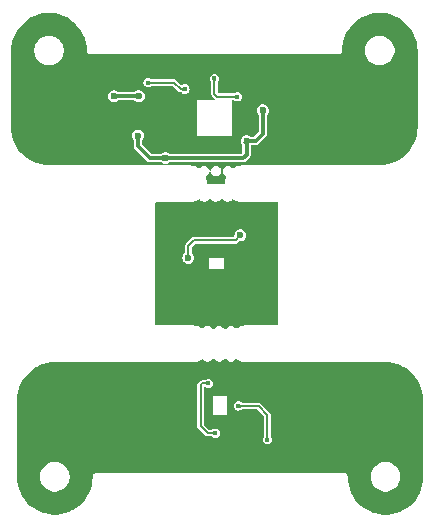
<source format=gbr>
%TF.GenerationSoftware,KiCad,Pcbnew,8.0.8*%
%TF.CreationDate,2025-04-24T20:49:58+02:00*%
%TF.ProjectId,IMU_PCBs,494d555f-5043-4427-932e-6b696361645f,rev?*%
%TF.SameCoordinates,Original*%
%TF.FileFunction,Copper,L2,Bot*%
%TF.FilePolarity,Positive*%
%FSLAX46Y46*%
G04 Gerber Fmt 4.6, Leading zero omitted, Abs format (unit mm)*
G04 Created by KiCad (PCBNEW 8.0.8) date 2025-04-24 20:49:58*
%MOMM*%
%LPD*%
G01*
G04 APERTURE LIST*
%TA.AperFunction,ViaPad*%
%ADD10C,0.400000*%
%TD*%
%TA.AperFunction,ViaPad*%
%ADD11C,0.550000*%
%TD*%
%TA.AperFunction,ViaPad*%
%ADD12C,0.600000*%
%TD*%
%TA.AperFunction,Conductor*%
%ADD13C,0.200000*%
%TD*%
%TA.AperFunction,Conductor*%
%ADD14C,0.150000*%
%TD*%
%TA.AperFunction,Conductor*%
%ADD15C,0.300000*%
%TD*%
G04 APERTURE END LIST*
D10*
%TO.N,GND*%
X128980000Y-76170000D03*
D11*
X124780000Y-72370000D03*
X125280000Y-77570000D03*
X131680000Y-77570000D03*
X131880000Y-72470000D03*
D12*
%TO.N,INT1*%
X130880000Y-72070000D03*
X126480000Y-73970000D03*
D10*
%TO.N,GND*%
X129920000Y-88210000D03*
D12*
X125420000Y-86510000D03*
X127170000Y-89310000D03*
D10*
%TO.N,I2C3_SCL*%
X133170000Y-89360000D03*
X130720000Y-86510000D03*
%TO.N,I2C3_IMU_INT*%
X128770000Y-88810000D03*
X128170000Y-84610000D03*
D12*
%TO.N,GND*%
X127430000Y-64830000D03*
X130680000Y-57930000D03*
X136330000Y-64780000D03*
X131580000Y-61380000D03*
X139730000Y-60930000D03*
X133530000Y-65342500D03*
X137930000Y-59030000D03*
X122405000Y-62080000D03*
%TO.N,+3.3V*%
X122280000Y-60280000D03*
X124530000Y-65530000D03*
X131405000Y-64080000D03*
X132780000Y-61480000D03*
X120180000Y-60280000D03*
X122230000Y-63630000D03*
D10*
%TO.N,I2C3_IMU_INT*%
X128680000Y-58780000D03*
X130630000Y-60330000D03*
%TO.N,I2C3_SDA*%
X126180000Y-59680000D03*
X123080000Y-59130000D03*
%TD*%
D13*
%TO.N,INT1*%
X126480000Y-72970000D02*
X126880000Y-72570000D01*
X130480000Y-72470000D02*
X130880000Y-72070000D01*
X126480000Y-73970000D02*
X126480000Y-72970000D01*
X126880000Y-72570000D02*
X126980000Y-72470000D01*
X126980000Y-72470000D02*
X130480000Y-72470000D01*
D14*
%TO.N,I2C3_SCL*%
X133170000Y-87260000D02*
X132420000Y-86510000D01*
X132420000Y-86510000D02*
X130720000Y-86510000D01*
X133170000Y-89360000D02*
X133170000Y-87260000D01*
%TO.N,I2C3_IMU_INT*%
X128770000Y-88810000D02*
X128120000Y-88810000D01*
X127670000Y-84610000D02*
X128170000Y-84610000D01*
X128170000Y-84610000D02*
X128220000Y-84610000D01*
X127520000Y-84760000D02*
X127670000Y-84610000D01*
X127520000Y-88210000D02*
X127520000Y-84760000D01*
X128120000Y-88810000D02*
X127520000Y-88210000D01*
D15*
%TO.N,+3.3V*%
X132180000Y-64080000D02*
X131405000Y-64080000D01*
X122230000Y-64530000D02*
X122230000Y-63630000D01*
X131405000Y-65255000D02*
X131130000Y-65530000D01*
X132780000Y-63480000D02*
X132180000Y-64080000D01*
X132780000Y-61480000D02*
X132780000Y-63480000D01*
X122280000Y-60280000D02*
X120180000Y-60280000D01*
X131405000Y-64080000D02*
X131405000Y-65255000D01*
X124530000Y-65530000D02*
X123230000Y-65530000D01*
X131130000Y-65530000D02*
X124530000Y-65530000D01*
X123230000Y-65530000D02*
X122230000Y-64530000D01*
D14*
%TO.N,I2C3_IMU_INT*%
X128930000Y-60330000D02*
X128680000Y-60080000D01*
X130630000Y-60330000D02*
X128930000Y-60330000D01*
X128680000Y-60080000D02*
X128680000Y-58780000D01*
%TO.N,I2C3_SDA*%
X123080000Y-59130000D02*
X125280000Y-59130000D01*
X125280000Y-59130000D02*
X125830000Y-59680000D01*
X125830000Y-59680000D02*
X126180000Y-59680000D01*
%TD*%
%TA.AperFunction,Conductor*%
%TO.N,GND*%
G36*
X128427410Y-68984352D02*
G01*
X128435196Y-68994499D01*
X128459511Y-69036613D01*
X128543387Y-69120489D01*
X128646114Y-69179799D01*
X128674758Y-69187474D01*
X128760688Y-69210500D01*
X128760691Y-69210500D01*
X128879311Y-69210500D01*
X128936597Y-69195149D01*
X128993886Y-69179799D01*
X129096613Y-69120489D01*
X129180489Y-69036613D01*
X129204803Y-68994499D01*
X129234556Y-68971670D01*
X129247238Y-68970000D01*
X129392762Y-68970000D01*
X129427410Y-68984352D01*
X129435196Y-68994499D01*
X129459511Y-69036613D01*
X129543387Y-69120489D01*
X129646114Y-69179799D01*
X129674758Y-69187474D01*
X129760688Y-69210500D01*
X129760691Y-69210500D01*
X129879311Y-69210500D01*
X129936597Y-69195149D01*
X129993886Y-69179799D01*
X130096613Y-69120489D01*
X130180489Y-69036613D01*
X130194200Y-69012864D01*
X130223951Y-68990035D01*
X130261133Y-68994929D01*
X130264226Y-68996872D01*
X130362548Y-69063907D01*
X130362549Y-69063907D01*
X130362550Y-69063908D01*
X130574616Y-69166034D01*
X130574619Y-69166035D01*
X130574623Y-69166037D01*
X130799551Y-69235418D01*
X131032307Y-69270500D01*
X131110438Y-69270500D01*
X134030500Y-69270500D01*
X134065148Y-69284852D01*
X134079500Y-69319500D01*
X134079500Y-79620500D01*
X134065148Y-79655148D01*
X134030500Y-79669500D01*
X131477595Y-79669500D01*
X131430000Y-79669500D01*
X131312307Y-79669500D01*
X131079551Y-79704582D01*
X131079548Y-79704583D01*
X130854629Y-79773960D01*
X130854616Y-79773965D01*
X130642548Y-79876092D01*
X130642545Y-79876093D01*
X130548378Y-79940295D01*
X130511666Y-79947955D01*
X130480290Y-79927411D01*
X130478354Y-79924330D01*
X130460489Y-79893387D01*
X130376613Y-79809511D01*
X130273887Y-79750201D01*
X130273884Y-79750200D01*
X130159312Y-79719500D01*
X130159309Y-79719500D01*
X130040691Y-79719500D01*
X130040688Y-79719500D01*
X129926115Y-79750200D01*
X129926112Y-79750201D01*
X129823386Y-79809511D01*
X129823386Y-79809512D01*
X129739513Y-79893384D01*
X129739511Y-79893386D01*
X129739511Y-79893387D01*
X129711305Y-79942242D01*
X129709423Y-79945501D01*
X129679670Y-79968331D01*
X129666988Y-79970000D01*
X129523012Y-79970000D01*
X129488364Y-79955648D01*
X129480577Y-79945501D01*
X129450489Y-79893387D01*
X129366613Y-79809511D01*
X129263887Y-79750201D01*
X129263884Y-79750200D01*
X129149312Y-79719500D01*
X129149309Y-79719500D01*
X129030691Y-79719500D01*
X129030688Y-79719500D01*
X128916115Y-79750200D01*
X128916112Y-79750201D01*
X128813386Y-79809511D01*
X128813386Y-79809512D01*
X128729513Y-79893384D01*
X128729511Y-79893386D01*
X128729511Y-79893387D01*
X128701305Y-79942242D01*
X128699423Y-79945501D01*
X128669670Y-79968331D01*
X128656988Y-79970000D01*
X128533012Y-79970000D01*
X128498364Y-79955648D01*
X128490577Y-79945501D01*
X128460489Y-79893387D01*
X128376613Y-79809511D01*
X128273887Y-79750201D01*
X128273884Y-79750200D01*
X128159312Y-79719500D01*
X128159309Y-79719500D01*
X128040691Y-79719500D01*
X128040688Y-79719500D01*
X127926115Y-79750200D01*
X127926112Y-79750201D01*
X127823386Y-79809511D01*
X127823386Y-79809512D01*
X127739514Y-79893383D01*
X127739505Y-79893395D01*
X127721656Y-79924309D01*
X127691902Y-79947139D01*
X127654721Y-79942242D01*
X127651620Y-79940294D01*
X127557454Y-79876093D01*
X127557451Y-79876092D01*
X127345383Y-79773965D01*
X127345370Y-79773960D01*
X127168812Y-79719500D01*
X127120449Y-79704582D01*
X126887693Y-79669500D01*
X126887691Y-79669500D01*
X123729500Y-79669500D01*
X123694852Y-79655148D01*
X123680500Y-79620500D01*
X123680500Y-74920000D01*
X128230000Y-74920000D01*
X129530000Y-74920000D01*
X129530000Y-74020000D01*
X128230000Y-74020000D01*
X128230000Y-74920000D01*
X123680500Y-74920000D01*
X123680500Y-73969997D01*
X125974353Y-73969997D01*
X125974353Y-73970002D01*
X125994833Y-74112454D01*
X126026935Y-74182746D01*
X126054623Y-74243373D01*
X126054624Y-74243374D01*
X126054625Y-74243376D01*
X126148871Y-74352142D01*
X126148872Y-74352143D01*
X126269947Y-74429953D01*
X126346785Y-74452514D01*
X126408034Y-74470499D01*
X126408037Y-74470499D01*
X126408039Y-74470500D01*
X126408040Y-74470500D01*
X126551960Y-74470500D01*
X126551961Y-74470500D01*
X126551963Y-74470499D01*
X126551965Y-74470499D01*
X126574795Y-74463795D01*
X126690053Y-74429953D01*
X126811128Y-74352143D01*
X126905377Y-74243373D01*
X126965165Y-74112457D01*
X126965165Y-74112455D01*
X126965166Y-74112454D01*
X126985647Y-73970002D01*
X126985647Y-73969997D01*
X126965166Y-73827545D01*
X126960751Y-73817879D01*
X126905377Y-73696627D01*
X126811128Y-73587857D01*
X126803006Y-73582637D01*
X126781619Y-73551830D01*
X126780500Y-73541417D01*
X126780500Y-73114767D01*
X126794852Y-73080119D01*
X127090119Y-72784852D01*
X127124767Y-72770500D01*
X130519564Y-72770500D01*
X130546230Y-72763354D01*
X130595989Y-72750021D01*
X130664511Y-72710460D01*
X130720460Y-72654511D01*
X130790118Y-72584851D01*
X130824766Y-72570500D01*
X130951960Y-72570500D01*
X130951961Y-72570500D01*
X130951963Y-72570499D01*
X130951965Y-72570499D01*
X130974795Y-72563795D01*
X131090053Y-72529953D01*
X131211128Y-72452143D01*
X131305377Y-72343373D01*
X131365165Y-72212457D01*
X131365165Y-72212455D01*
X131365166Y-72212454D01*
X131385647Y-72070002D01*
X131385647Y-72069997D01*
X131365166Y-71927545D01*
X131360751Y-71917879D01*
X131305377Y-71796627D01*
X131211128Y-71687857D01*
X131090053Y-71610047D01*
X131090050Y-71610046D01*
X130951965Y-71569500D01*
X130951961Y-71569500D01*
X130808039Y-71569500D01*
X130808034Y-71569500D01*
X130669949Y-71610046D01*
X130548871Y-71687857D01*
X130454625Y-71796623D01*
X130454624Y-71796625D01*
X130394833Y-71927545D01*
X130374353Y-72069997D01*
X130374353Y-72070001D01*
X130380611Y-72113527D01*
X130371337Y-72149865D01*
X130339083Y-72169001D01*
X130332110Y-72169500D01*
X126940436Y-72169500D01*
X126864012Y-72189978D01*
X126864008Y-72189979D01*
X126825083Y-72212454D01*
X126825078Y-72212457D01*
X126817680Y-72216727D01*
X126795492Y-72229537D01*
X126795486Y-72229542D01*
X126239541Y-72785488D01*
X126239540Y-72785488D01*
X126199979Y-72854008D01*
X126199979Y-72854010D01*
X126179500Y-72930436D01*
X126179500Y-73541417D01*
X126165148Y-73576065D01*
X126156994Y-73582637D01*
X126148872Y-73587857D01*
X126148868Y-73587860D01*
X126054625Y-73696623D01*
X126054624Y-73696625D01*
X125994833Y-73827545D01*
X125974353Y-73969997D01*
X123680500Y-73969997D01*
X123680500Y-69319500D01*
X123694852Y-69284852D01*
X123729500Y-69270500D01*
X126607691Y-69270500D01*
X126607693Y-69270500D01*
X126840449Y-69235418D01*
X127065377Y-69166037D01*
X127277452Y-69063907D01*
X127375761Y-68996879D01*
X127412473Y-68989219D01*
X127443849Y-69009762D01*
X127445799Y-69012864D01*
X127459511Y-69036613D01*
X127543387Y-69120489D01*
X127646114Y-69179799D01*
X127674758Y-69187474D01*
X127760688Y-69210500D01*
X127760691Y-69210500D01*
X127879311Y-69210500D01*
X127936597Y-69195149D01*
X127993886Y-69179799D01*
X128096613Y-69120489D01*
X128180489Y-69036613D01*
X128204803Y-68994499D01*
X128234556Y-68971670D01*
X128247238Y-68970000D01*
X128392762Y-68970000D01*
X128427410Y-68984352D01*
G37*
%TD.AperFunction*%
%TD*%
%TA.AperFunction,Conductor*%
%TO.N,GND*%
G36*
X128707410Y-82524352D02*
G01*
X128715196Y-82534499D01*
X128739511Y-82576613D01*
X128823387Y-82660489D01*
X128926114Y-82719799D01*
X128954758Y-82727474D01*
X129040688Y-82750500D01*
X129040691Y-82750500D01*
X129159311Y-82750500D01*
X129216597Y-82735149D01*
X129273886Y-82719799D01*
X129376613Y-82660489D01*
X129460489Y-82576613D01*
X129484803Y-82534499D01*
X129514556Y-82511670D01*
X129527238Y-82510000D01*
X129672762Y-82510000D01*
X129707410Y-82524352D01*
X129715196Y-82534499D01*
X129739511Y-82576613D01*
X129823387Y-82660489D01*
X129926114Y-82719799D01*
X129954758Y-82727474D01*
X130040688Y-82750500D01*
X130040691Y-82750500D01*
X130159311Y-82750500D01*
X130216597Y-82735149D01*
X130273886Y-82719799D01*
X130376613Y-82660489D01*
X130460489Y-82576613D01*
X130474200Y-82552864D01*
X130503951Y-82530035D01*
X130541133Y-82534929D01*
X130544226Y-82536872D01*
X130642548Y-82603907D01*
X130642549Y-82603907D01*
X130642550Y-82603908D01*
X130854616Y-82706034D01*
X130854619Y-82706035D01*
X130854623Y-82706037D01*
X131079551Y-82775418D01*
X131312307Y-82810500D01*
X131390438Y-82810500D01*
X143122405Y-82810500D01*
X143168714Y-82810500D01*
X143171278Y-82810567D01*
X143501882Y-82827893D01*
X143506964Y-82828426D01*
X143832684Y-82880016D01*
X143837696Y-82881082D01*
X144156222Y-82966431D01*
X144161095Y-82968014D01*
X144468958Y-83086191D01*
X144473634Y-83088273D01*
X144674499Y-83190619D01*
X144767462Y-83237986D01*
X144771900Y-83240548D01*
X145048470Y-83420154D01*
X145052607Y-83423160D01*
X145091509Y-83454662D01*
X145308890Y-83630694D01*
X145312701Y-83634126D01*
X145545873Y-83867298D01*
X145549305Y-83871109D01*
X145697242Y-84053796D01*
X145756834Y-84127385D01*
X145759849Y-84131535D01*
X145939449Y-84408096D01*
X145942013Y-84412537D01*
X146091724Y-84706360D01*
X146093810Y-84711046D01*
X146211984Y-85018902D01*
X146213569Y-85023780D01*
X146298916Y-85342300D01*
X146299983Y-85347317D01*
X146351571Y-85673025D01*
X146352107Y-85678126D01*
X146369433Y-86008721D01*
X146369500Y-86011285D01*
X146369500Y-92508674D01*
X146369428Y-92511327D01*
X146350887Y-92853278D01*
X146350313Y-92858552D01*
X146295127Y-93195170D01*
X146293987Y-93200352D01*
X146202727Y-93529044D01*
X146201033Y-93534072D01*
X146074770Y-93850969D01*
X146072542Y-93855784D01*
X145912760Y-94157166D01*
X145910025Y-94161712D01*
X145718591Y-94444055D01*
X145715380Y-94448279D01*
X145494542Y-94708269D01*
X145490893Y-94712121D01*
X145243244Y-94946706D01*
X145239201Y-94950141D01*
X144967627Y-95156587D01*
X144963235Y-95159564D01*
X144670949Y-95335427D01*
X144666262Y-95337912D01*
X144356669Y-95481145D01*
X144351740Y-95483109D01*
X144028469Y-95592031D01*
X144023357Y-95593450D01*
X143690223Y-95666778D01*
X143684987Y-95667637D01*
X143345856Y-95704521D01*
X143340558Y-95704808D01*
X142999442Y-95704808D01*
X142994144Y-95704521D01*
X142655012Y-95667637D01*
X142649776Y-95666778D01*
X142316642Y-95593450D01*
X142311530Y-95592031D01*
X142146626Y-95536468D01*
X141988254Y-95483107D01*
X141983335Y-95481147D01*
X141673736Y-95337911D01*
X141669050Y-95335427D01*
X141659001Y-95329381D01*
X141376764Y-95159564D01*
X141372372Y-95156587D01*
X141100798Y-94950141D01*
X141096755Y-94946706D01*
X140849106Y-94712121D01*
X140845457Y-94708269D01*
X140624619Y-94448279D01*
X140621408Y-94444055D01*
X140429969Y-94161704D01*
X140427244Y-94157174D01*
X140267454Y-93855778D01*
X140265229Y-93850969D01*
X140138960Y-93534056D01*
X140137277Y-93529059D01*
X140046011Y-93200350D01*
X140044872Y-93195170D01*
X139989686Y-92858552D01*
X139989112Y-92853278D01*
X139986376Y-92802823D01*
X139970572Y-92511327D01*
X139970500Y-92508674D01*
X139970500Y-92462407D01*
X139970500Y-92462405D01*
X139958608Y-92425808D01*
X139957898Y-92423409D01*
X139954729Y-92411583D01*
X141919500Y-92411583D01*
X141919500Y-92608416D01*
X141950290Y-92802823D01*
X141950291Y-92802826D01*
X142011116Y-92990026D01*
X142100472Y-93165399D01*
X142100475Y-93165403D01*
X142100476Y-93165405D01*
X142216172Y-93324646D01*
X142216174Y-93324648D01*
X142216177Y-93324652D01*
X142355347Y-93463822D01*
X142355350Y-93463824D01*
X142355354Y-93463828D01*
X142514595Y-93579524D01*
X142514597Y-93579525D01*
X142514600Y-93579527D01*
X142689973Y-93668883D01*
X142689975Y-93668884D01*
X142877174Y-93729709D01*
X143071583Y-93760500D01*
X143071584Y-93760500D01*
X143268416Y-93760500D01*
X143268417Y-93760500D01*
X143462826Y-93729709D01*
X143650025Y-93668884D01*
X143825405Y-93579524D01*
X143984646Y-93463828D01*
X144123828Y-93324646D01*
X144239524Y-93165405D01*
X144328884Y-92990025D01*
X144389709Y-92802826D01*
X144420500Y-92608417D01*
X144420500Y-92411583D01*
X144389709Y-92217174D01*
X144328884Y-92029975D01*
X144239524Y-91854595D01*
X144123828Y-91695354D01*
X144123824Y-91695350D01*
X144123822Y-91695347D01*
X143984652Y-91556177D01*
X143984653Y-91556177D01*
X143825399Y-91440472D01*
X143650026Y-91351116D01*
X143462826Y-91290291D01*
X143462823Y-91290290D01*
X143313482Y-91266637D01*
X143268417Y-91259500D01*
X143071583Y-91259500D01*
X143034998Y-91265294D01*
X142877176Y-91290290D01*
X142877173Y-91290291D01*
X142689973Y-91351116D01*
X142514600Y-91440472D01*
X142355347Y-91556177D01*
X142216177Y-91695347D01*
X142100472Y-91854600D01*
X142011116Y-92029973D01*
X141950291Y-92217173D01*
X141950290Y-92217176D01*
X141919500Y-92411583D01*
X139954729Y-92411583D01*
X139950021Y-92394011D01*
X139948609Y-92391565D01*
X139944442Y-92382207D01*
X139941085Y-92371875D01*
X139923864Y-92348174D01*
X139921082Y-92343888D01*
X139910464Y-92325495D01*
X139910461Y-92325492D01*
X139910460Y-92325489D01*
X139901937Y-92316966D01*
X139896944Y-92311120D01*
X139885133Y-92294865D01*
X139868882Y-92283058D01*
X139863035Y-92278064D01*
X139854513Y-92269542D01*
X139854507Y-92269537D01*
X139836118Y-92258921D01*
X139831816Y-92256127D01*
X139808126Y-92238915D01*
X139808123Y-92238914D01*
X139797788Y-92235555D01*
X139788444Y-92231396D01*
X139787343Y-92230760D01*
X139785989Y-92229979D01*
X139785988Y-92229978D01*
X139785987Y-92229978D01*
X139756621Y-92222109D01*
X139754162Y-92221381D01*
X139717596Y-92209500D01*
X139717595Y-92209500D01*
X139709562Y-92209500D01*
X118717595Y-92209500D01*
X118622405Y-92209500D01*
X118622403Y-92209500D01*
X118585835Y-92221381D01*
X118583378Y-92222109D01*
X118554012Y-92229978D01*
X118554007Y-92229980D01*
X118551555Y-92231396D01*
X118542211Y-92235555D01*
X118531877Y-92238913D01*
X118531875Y-92238914D01*
X118508188Y-92256123D01*
X118503892Y-92258913D01*
X118485489Y-92269540D01*
X118485485Y-92269542D01*
X118476960Y-92278067D01*
X118471119Y-92283056D01*
X118454866Y-92294866D01*
X118443056Y-92311119D01*
X118438067Y-92316960D01*
X118429542Y-92325485D01*
X118429540Y-92325489D01*
X118418913Y-92343892D01*
X118416123Y-92348188D01*
X118398914Y-92371875D01*
X118398913Y-92371877D01*
X118395555Y-92382211D01*
X118391396Y-92391555D01*
X118389980Y-92394007D01*
X118389978Y-92394012D01*
X118382109Y-92423378D01*
X118381381Y-92425835D01*
X118369500Y-92462403D01*
X118369500Y-92508674D01*
X118369428Y-92511327D01*
X118350887Y-92853278D01*
X118350313Y-92858552D01*
X118295127Y-93195170D01*
X118293987Y-93200352D01*
X118202727Y-93529044D01*
X118201033Y-93534072D01*
X118074770Y-93850969D01*
X118072542Y-93855784D01*
X117912760Y-94157166D01*
X117910025Y-94161712D01*
X117718591Y-94444055D01*
X117715380Y-94448279D01*
X117494542Y-94708269D01*
X117490893Y-94712121D01*
X117243244Y-94946706D01*
X117239201Y-94950141D01*
X116967627Y-95156587D01*
X116963235Y-95159564D01*
X116670949Y-95335427D01*
X116666262Y-95337912D01*
X116356669Y-95481145D01*
X116351740Y-95483109D01*
X116028469Y-95592031D01*
X116023357Y-95593450D01*
X115690223Y-95666778D01*
X115684987Y-95667637D01*
X115345856Y-95704521D01*
X115340558Y-95704808D01*
X114999442Y-95704808D01*
X114994144Y-95704521D01*
X114655012Y-95667637D01*
X114649776Y-95666778D01*
X114316642Y-95593450D01*
X114311530Y-95592031D01*
X114146626Y-95536468D01*
X113988254Y-95483107D01*
X113983335Y-95481147D01*
X113673736Y-95337911D01*
X113669050Y-95335427D01*
X113659001Y-95329381D01*
X113376764Y-95159564D01*
X113372372Y-95156587D01*
X113100798Y-94950141D01*
X113096755Y-94946706D01*
X112849106Y-94712121D01*
X112845457Y-94708269D01*
X112624619Y-94448279D01*
X112621408Y-94444055D01*
X112429969Y-94161704D01*
X112427244Y-94157174D01*
X112267454Y-93855778D01*
X112265229Y-93850969D01*
X112138960Y-93534056D01*
X112137277Y-93529059D01*
X112046011Y-93200350D01*
X112044872Y-93195170D01*
X111989686Y-92858552D01*
X111989112Y-92853278D01*
X111986376Y-92802823D01*
X111970572Y-92511327D01*
X111970500Y-92508674D01*
X111970500Y-92411583D01*
X113919500Y-92411583D01*
X113919500Y-92608416D01*
X113950290Y-92802823D01*
X113950291Y-92802826D01*
X114011116Y-92990026D01*
X114100472Y-93165399D01*
X114100475Y-93165403D01*
X114100476Y-93165405D01*
X114216172Y-93324646D01*
X114216174Y-93324648D01*
X114216177Y-93324652D01*
X114355347Y-93463822D01*
X114355350Y-93463824D01*
X114355354Y-93463828D01*
X114514595Y-93579524D01*
X114514597Y-93579525D01*
X114514600Y-93579527D01*
X114689973Y-93668883D01*
X114689975Y-93668884D01*
X114877174Y-93729709D01*
X115071583Y-93760500D01*
X115071584Y-93760500D01*
X115268416Y-93760500D01*
X115268417Y-93760500D01*
X115462826Y-93729709D01*
X115650025Y-93668884D01*
X115825405Y-93579524D01*
X115984646Y-93463828D01*
X116123828Y-93324646D01*
X116239524Y-93165405D01*
X116328884Y-92990025D01*
X116389709Y-92802826D01*
X116420500Y-92608417D01*
X116420500Y-92411583D01*
X116389709Y-92217174D01*
X116328884Y-92029975D01*
X116239524Y-91854595D01*
X116123828Y-91695354D01*
X116123824Y-91695350D01*
X116123822Y-91695347D01*
X115984652Y-91556177D01*
X115984653Y-91556177D01*
X115825399Y-91440472D01*
X115650026Y-91351116D01*
X115462826Y-91290291D01*
X115462823Y-91290290D01*
X115313482Y-91266637D01*
X115268417Y-91259500D01*
X115071583Y-91259500D01*
X115034998Y-91265294D01*
X114877176Y-91290290D01*
X114877173Y-91290291D01*
X114689973Y-91351116D01*
X114514600Y-91440472D01*
X114355347Y-91556177D01*
X114216177Y-91695347D01*
X114100472Y-91854600D01*
X114011116Y-92029973D01*
X113950291Y-92217173D01*
X113950290Y-92217176D01*
X113919500Y-92411583D01*
X111970500Y-92411583D01*
X111970500Y-86011285D01*
X111970567Y-86008721D01*
X111972573Y-85970438D01*
X111987893Y-85678115D01*
X111988426Y-85673037D01*
X112040017Y-85347311D01*
X112041083Y-85342300D01*
X112126432Y-85023771D01*
X112128012Y-85018910D01*
X112246194Y-84711034D01*
X112248269Y-84706372D01*
X112248867Y-84705198D01*
X127244500Y-84705198D01*
X127244500Y-84705200D01*
X127244500Y-88264800D01*
X127286443Y-88366058D01*
X127286444Y-88366059D01*
X127286445Y-88366061D01*
X127963937Y-89043554D01*
X127963940Y-89043556D01*
X127963941Y-89043557D01*
X127993597Y-89055840D01*
X127993598Y-89055841D01*
X127993599Y-89055841D01*
X128065200Y-89085500D01*
X128450934Y-89085500D01*
X128482565Y-89097077D01*
X128487729Y-89101442D01*
X128499755Y-89108443D01*
X128509748Y-89116140D01*
X128531657Y-89138049D01*
X128531664Y-89138054D01*
X128644691Y-89195644D01*
X128644692Y-89195644D01*
X128644696Y-89195646D01*
X128770000Y-89215492D01*
X128895304Y-89195646D01*
X128895308Y-89195644D01*
X128895309Y-89195644D01*
X129008335Y-89138054D01*
X129008337Y-89138052D01*
X129008342Y-89138050D01*
X129098050Y-89048342D01*
X129100488Y-89043558D01*
X129155644Y-88935309D01*
X129155644Y-88935307D01*
X129155646Y-88935304D01*
X129175492Y-88810000D01*
X129155646Y-88684696D01*
X129155644Y-88684692D01*
X129155644Y-88684690D01*
X129098054Y-88571664D01*
X129098049Y-88571657D01*
X129008342Y-88481950D01*
X129008335Y-88481945D01*
X128895308Y-88424355D01*
X128895305Y-88424354D01*
X128895304Y-88424354D01*
X128770000Y-88404508D01*
X128644696Y-88424354D01*
X128644694Y-88424354D01*
X128644693Y-88424355D01*
X128531659Y-88481949D01*
X128531657Y-88481950D01*
X128509003Y-88504603D01*
X128498081Y-88512826D01*
X128487737Y-88518549D01*
X128487730Y-88518555D01*
X128482561Y-88522924D01*
X128450932Y-88534500D01*
X128254412Y-88534500D01*
X128219764Y-88520148D01*
X127809852Y-88110236D01*
X127795500Y-88075588D01*
X127795500Y-87310000D01*
X128570000Y-87310000D01*
X129770000Y-87310000D01*
X129770000Y-86510000D01*
X130314508Y-86510000D01*
X130334354Y-86635304D01*
X130334354Y-86635305D01*
X130334355Y-86635307D01*
X130334355Y-86635309D01*
X130391945Y-86748335D01*
X130391950Y-86748342D01*
X130481657Y-86838049D01*
X130481664Y-86838054D01*
X130594691Y-86895644D01*
X130594692Y-86895644D01*
X130594696Y-86895646D01*
X130720000Y-86915492D01*
X130845304Y-86895646D01*
X130958342Y-86838050D01*
X130980673Y-86815718D01*
X130989911Y-86811891D01*
X131000447Y-86802984D01*
X131000471Y-86802966D01*
X131001841Y-86801806D01*
X131001889Y-86801765D01*
X131003020Y-86800808D01*
X131003021Y-86800809D01*
X131007437Y-86797075D01*
X131039067Y-86785500D01*
X132285589Y-86785500D01*
X132320237Y-86799852D01*
X132880148Y-87359763D01*
X132894500Y-87394411D01*
X132894500Y-89040932D01*
X132882925Y-89072561D01*
X132878554Y-89077732D01*
X132878549Y-89077738D01*
X132871553Y-89089756D01*
X132863858Y-89099748D01*
X132841950Y-89121657D01*
X132841949Y-89121659D01*
X132784355Y-89234693D01*
X132784354Y-89234694D01*
X132784354Y-89234696D01*
X132764508Y-89360000D01*
X132784354Y-89485304D01*
X132784354Y-89485305D01*
X132784355Y-89485307D01*
X132784355Y-89485309D01*
X132841945Y-89598335D01*
X132841950Y-89598342D01*
X132931657Y-89688049D01*
X132931664Y-89688054D01*
X133044691Y-89745644D01*
X133044692Y-89745644D01*
X133044696Y-89745646D01*
X133170000Y-89765492D01*
X133295304Y-89745646D01*
X133295308Y-89745644D01*
X133295309Y-89745644D01*
X133408335Y-89688054D01*
X133408337Y-89688052D01*
X133408342Y-89688050D01*
X133498050Y-89598342D01*
X133498054Y-89598335D01*
X133555644Y-89485309D01*
X133555644Y-89485307D01*
X133555646Y-89485304D01*
X133575492Y-89360000D01*
X133555646Y-89234696D01*
X133555644Y-89234692D01*
X133555644Y-89234690D01*
X133498054Y-89121664D01*
X133498050Y-89121659D01*
X133498050Y-89121658D01*
X133475394Y-89099002D01*
X133467170Y-89088081D01*
X133461442Y-89077729D01*
X133461437Y-89077723D01*
X133457076Y-89072563D01*
X133445500Y-89040933D01*
X133445500Y-87205202D01*
X133445499Y-87205198D01*
X133403557Y-87103942D01*
X133403556Y-87103940D01*
X132576060Y-86276444D01*
X132576058Y-86276443D01*
X132564506Y-86271658D01*
X132564505Y-86271657D01*
X132474801Y-86234500D01*
X132474800Y-86234500D01*
X131039067Y-86234500D01*
X131007433Y-86222921D01*
X131002266Y-86218553D01*
X131002267Y-86218553D01*
X131002264Y-86218551D01*
X130990242Y-86211553D01*
X130980246Y-86203854D01*
X130958342Y-86181950D01*
X130958335Y-86181945D01*
X130845308Y-86124355D01*
X130845305Y-86124354D01*
X130845304Y-86124354D01*
X130720000Y-86104508D01*
X130594696Y-86124354D01*
X130594694Y-86124354D01*
X130594692Y-86124355D01*
X130594690Y-86124355D01*
X130481664Y-86181945D01*
X130481657Y-86181950D01*
X130391950Y-86271657D01*
X130391945Y-86271664D01*
X130334355Y-86384690D01*
X130334355Y-86384692D01*
X130334354Y-86384694D01*
X130334354Y-86384696D01*
X130314508Y-86510000D01*
X129770000Y-86510000D01*
X129770000Y-85710000D01*
X128570000Y-85710000D01*
X128570000Y-87310000D01*
X127795500Y-87310000D01*
X127795500Y-84934500D01*
X127809852Y-84899852D01*
X127844500Y-84885500D01*
X127850934Y-84885500D01*
X127882565Y-84897077D01*
X127887729Y-84901442D01*
X127899755Y-84908443D01*
X127909748Y-84916140D01*
X127931657Y-84938049D01*
X127931664Y-84938054D01*
X128044691Y-84995644D01*
X128044692Y-84995644D01*
X128044696Y-84995646D01*
X128170000Y-85015492D01*
X128295304Y-84995646D01*
X128295308Y-84995644D01*
X128295309Y-84995644D01*
X128408335Y-84938054D01*
X128408337Y-84938052D01*
X128408342Y-84938050D01*
X128498050Y-84848342D01*
X128498054Y-84848335D01*
X128555644Y-84735309D01*
X128555644Y-84735307D01*
X128555646Y-84735304D01*
X128575492Y-84610000D01*
X128555646Y-84484696D01*
X128555644Y-84484692D01*
X128555644Y-84484690D01*
X128498054Y-84371664D01*
X128498049Y-84371657D01*
X128408342Y-84281950D01*
X128408335Y-84281945D01*
X128295308Y-84224355D01*
X128295305Y-84224354D01*
X128295304Y-84224354D01*
X128170000Y-84204508D01*
X128044696Y-84224354D01*
X128044694Y-84224354D01*
X128044693Y-84224355D01*
X127931659Y-84281949D01*
X127931657Y-84281950D01*
X127909003Y-84304603D01*
X127898081Y-84312826D01*
X127887737Y-84318549D01*
X127887730Y-84318555D01*
X127882561Y-84322924D01*
X127850932Y-84334500D01*
X127615198Y-84334500D01*
X127525494Y-84371657D01*
X127525494Y-84371658D01*
X127518207Y-84374676D01*
X127513939Y-84376444D01*
X127363942Y-84526443D01*
X127286444Y-84603939D01*
X127286444Y-84603940D01*
X127244500Y-84705198D01*
X112248867Y-84705198D01*
X112397992Y-84412526D01*
X112400543Y-84408107D01*
X112580161Y-84131519D01*
X112583153Y-84127400D01*
X112790703Y-83871099D01*
X112794116Y-83867308D01*
X113027308Y-83634116D01*
X113031099Y-83630703D01*
X113287400Y-83423153D01*
X113291519Y-83420161D01*
X113568107Y-83240543D01*
X113572526Y-83237992D01*
X113866372Y-83088269D01*
X113871034Y-83086194D01*
X114178910Y-82968012D01*
X114183771Y-82966432D01*
X114502307Y-82881081D01*
X114507311Y-82880017D01*
X114833037Y-82828426D01*
X114838115Y-82827893D01*
X115168722Y-82810567D01*
X115171286Y-82810500D01*
X126887691Y-82810500D01*
X126887693Y-82810500D01*
X127120449Y-82775418D01*
X127345377Y-82706037D01*
X127557452Y-82603907D01*
X127655761Y-82536879D01*
X127692473Y-82529219D01*
X127723849Y-82549762D01*
X127725799Y-82552864D01*
X127739511Y-82576613D01*
X127823387Y-82660489D01*
X127926114Y-82719799D01*
X127954758Y-82727474D01*
X128040688Y-82750500D01*
X128040691Y-82750500D01*
X128159311Y-82750500D01*
X128216597Y-82735149D01*
X128273886Y-82719799D01*
X128376613Y-82660489D01*
X128460489Y-82576613D01*
X128484803Y-82534499D01*
X128514556Y-82511670D01*
X128527238Y-82510000D01*
X128672762Y-82510000D01*
X128707410Y-82524352D01*
G37*
%TD.AperFunction*%
%TD*%
%TA.AperFunction,Conductor*%
%TO.N,GND*%
G36*
X114855855Y-53235478D02*
G01*
X115194996Y-53272363D01*
X115200209Y-53273218D01*
X115533369Y-53346552D01*
X115538462Y-53347966D01*
X115861755Y-53456895D01*
X115866654Y-53458848D01*
X116176270Y-53602091D01*
X116180943Y-53604568D01*
X116473239Y-53780438D01*
X116477627Y-53783412D01*
X116749201Y-53989858D01*
X116753244Y-53993293D01*
X117000893Y-54227878D01*
X117004542Y-54231730D01*
X117225380Y-54491720D01*
X117228591Y-54495944D01*
X117420025Y-54778287D01*
X117422760Y-54782833D01*
X117582542Y-55084215D01*
X117584770Y-55089030D01*
X117692923Y-55360476D01*
X117711033Y-55405927D01*
X117712727Y-55410955D01*
X117803987Y-55739647D01*
X117805127Y-55744829D01*
X117860313Y-56081447D01*
X117860887Y-56086721D01*
X117879428Y-56428672D01*
X117879500Y-56431325D01*
X117879500Y-56477595D01*
X117891381Y-56514162D01*
X117892109Y-56516621D01*
X117899978Y-56545987D01*
X117901396Y-56548444D01*
X117905555Y-56557788D01*
X117908914Y-56568123D01*
X117908915Y-56568126D01*
X117926127Y-56591816D01*
X117928921Y-56596118D01*
X117939537Y-56614507D01*
X117939542Y-56614513D01*
X117948064Y-56623035D01*
X117953058Y-56628882D01*
X117964865Y-56645133D01*
X117981120Y-56656944D01*
X117986966Y-56661937D01*
X117995489Y-56670460D01*
X117995492Y-56670461D01*
X117995495Y-56670464D01*
X118013888Y-56681082D01*
X118018174Y-56683864D01*
X118041875Y-56701085D01*
X118052207Y-56704442D01*
X118061565Y-56708609D01*
X118064011Y-56710021D01*
X118093409Y-56717898D01*
X118095808Y-56718608D01*
X118132405Y-56730500D01*
X118132407Y-56730500D01*
X139227593Y-56730500D01*
X139227595Y-56730500D01*
X139264175Y-56718614D01*
X139266615Y-56717892D01*
X139279561Y-56714422D01*
X139295989Y-56710021D01*
X139298438Y-56708606D01*
X139307787Y-56704443D01*
X139318125Y-56701085D01*
X139341826Y-56683863D01*
X139346091Y-56681093D01*
X139364511Y-56670460D01*
X139373043Y-56661926D01*
X139378878Y-56656944D01*
X139395134Y-56645134D01*
X139406945Y-56628876D01*
X139411926Y-56623043D01*
X139420460Y-56614511D01*
X139431093Y-56596091D01*
X139433863Y-56591826D01*
X139451085Y-56568125D01*
X139454443Y-56557787D01*
X139458606Y-56548438D01*
X139460021Y-56545989D01*
X139464729Y-56528417D01*
X139467892Y-56516615D01*
X139468620Y-56514155D01*
X139480500Y-56477595D01*
X139480500Y-56431325D01*
X139480572Y-56428672D01*
X139485836Y-56331583D01*
X141429500Y-56331583D01*
X141429500Y-56528416D01*
X141460290Y-56722823D01*
X141460291Y-56722826D01*
X141521116Y-56910026D01*
X141610472Y-57085399D01*
X141610475Y-57085403D01*
X141610476Y-57085405D01*
X141726172Y-57244646D01*
X141726174Y-57244648D01*
X141726177Y-57244652D01*
X141865347Y-57383822D01*
X141865350Y-57383824D01*
X141865354Y-57383828D01*
X142024595Y-57499524D01*
X142024597Y-57499525D01*
X142024600Y-57499527D01*
X142199973Y-57588883D01*
X142199975Y-57588884D01*
X142387174Y-57649709D01*
X142581583Y-57680500D01*
X142581584Y-57680500D01*
X142778416Y-57680500D01*
X142778417Y-57680500D01*
X142972826Y-57649709D01*
X143160025Y-57588884D01*
X143335405Y-57499524D01*
X143494646Y-57383828D01*
X143633828Y-57244646D01*
X143749524Y-57085405D01*
X143838884Y-56910025D01*
X143899709Y-56722826D01*
X143930500Y-56528417D01*
X143930500Y-56331583D01*
X143899709Y-56137174D01*
X143838884Y-55949975D01*
X143749524Y-55774595D01*
X143633828Y-55615354D01*
X143633824Y-55615350D01*
X143633822Y-55615347D01*
X143494652Y-55476177D01*
X143494653Y-55476177D01*
X143401359Y-55408395D01*
X143335405Y-55360476D01*
X143335403Y-55360475D01*
X143335399Y-55360472D01*
X143160026Y-55271116D01*
X142972826Y-55210291D01*
X142972823Y-55210290D01*
X142823482Y-55186637D01*
X142778417Y-55179500D01*
X142581583Y-55179500D01*
X142544998Y-55185294D01*
X142387176Y-55210290D01*
X142387173Y-55210291D01*
X142199973Y-55271116D01*
X142024600Y-55360472D01*
X141865347Y-55476177D01*
X141726177Y-55615347D01*
X141610472Y-55774600D01*
X141521116Y-55949973D01*
X141460291Y-56137173D01*
X141460290Y-56137176D01*
X141429500Y-56331583D01*
X139485836Y-56331583D01*
X139490623Y-56243293D01*
X139499112Y-56086713D01*
X139499684Y-56081456D01*
X139554873Y-55744823D01*
X139556012Y-55739647D01*
X139647278Y-55410934D01*
X139648958Y-55405948D01*
X139775235Y-55089016D01*
X139777450Y-55084228D01*
X139937248Y-54782816D01*
X139939963Y-54778303D01*
X140131417Y-54495931D01*
X140134610Y-54491731D01*
X140355464Y-54231721D01*
X140359098Y-54227885D01*
X140606765Y-53993284D01*
X140610786Y-53989867D01*
X140882383Y-53783403D01*
X140886751Y-53780443D01*
X141179064Y-53604564D01*
X141183721Y-53602094D01*
X141493351Y-53458845D01*
X141498238Y-53456898D01*
X141821542Y-53347964D01*
X141826625Y-53346553D01*
X142159793Y-53273218D01*
X142165000Y-53272363D01*
X142504144Y-53235478D01*
X142509442Y-53235192D01*
X142850558Y-53235192D01*
X142855855Y-53235478D01*
X143194996Y-53272363D01*
X143200209Y-53273218D01*
X143533369Y-53346552D01*
X143538462Y-53347966D01*
X143861755Y-53456895D01*
X143866654Y-53458848D01*
X144176270Y-53602091D01*
X144180943Y-53604568D01*
X144473239Y-53780438D01*
X144477627Y-53783412D01*
X144749201Y-53989858D01*
X144753244Y-53993293D01*
X145000893Y-54227878D01*
X145004542Y-54231730D01*
X145225380Y-54491720D01*
X145228591Y-54495944D01*
X145420025Y-54778287D01*
X145422760Y-54782833D01*
X145582542Y-55084215D01*
X145584770Y-55089030D01*
X145692923Y-55360476D01*
X145711033Y-55405927D01*
X145712727Y-55410955D01*
X145803987Y-55739647D01*
X145805127Y-55744829D01*
X145860313Y-56081447D01*
X145860887Y-56086721D01*
X145879428Y-56428672D01*
X145879500Y-56431325D01*
X145879500Y-62928714D01*
X145879433Y-62931278D01*
X145862107Y-63261873D01*
X145861571Y-63266974D01*
X145809983Y-63592682D01*
X145808916Y-63597699D01*
X145723569Y-63916219D01*
X145721984Y-63921097D01*
X145603810Y-64228953D01*
X145601724Y-64233639D01*
X145452013Y-64527462D01*
X145449449Y-64531903D01*
X145269849Y-64808464D01*
X145266834Y-64812614D01*
X145059305Y-65068890D01*
X145055873Y-65072701D01*
X144822701Y-65305873D01*
X144818890Y-65309305D01*
X144562614Y-65516834D01*
X144558464Y-65519849D01*
X144281903Y-65699449D01*
X144277462Y-65702013D01*
X143983639Y-65851724D01*
X143978953Y-65853810D01*
X143671097Y-65971984D01*
X143666219Y-65973569D01*
X143347699Y-66058916D01*
X143342682Y-66059983D01*
X143016974Y-66111571D01*
X143011873Y-66112107D01*
X142681278Y-66129433D01*
X142678714Y-66129500D01*
X131197595Y-66129500D01*
X131150000Y-66129500D01*
X131032307Y-66129500D01*
X130799551Y-66164582D01*
X130799548Y-66164583D01*
X130574629Y-66233960D01*
X130574616Y-66233965D01*
X130362550Y-66336091D01*
X130268380Y-66400295D01*
X130231667Y-66407955D01*
X130200291Y-66387412D01*
X130198342Y-66384309D01*
X130180492Y-66353392D01*
X130180491Y-66353391D01*
X130180489Y-66353387D01*
X130096613Y-66269511D01*
X129993887Y-66210201D01*
X129993884Y-66210200D01*
X129879312Y-66179500D01*
X129879309Y-66179500D01*
X129760691Y-66179500D01*
X129760688Y-66179500D01*
X129646115Y-66210200D01*
X129646112Y-66210201D01*
X129543386Y-66269511D01*
X129543386Y-66269512D01*
X129459512Y-66353386D01*
X129459511Y-66353386D01*
X129400201Y-66456112D01*
X129400200Y-66456115D01*
X129369500Y-66570688D01*
X129369500Y-66689311D01*
X129400200Y-66803884D01*
X129400201Y-66803887D01*
X129400439Y-66804299D01*
X129459511Y-66906613D01*
X129543387Y-66990489D01*
X129584906Y-67014460D01*
X129646110Y-67049797D01*
X129646111Y-67049797D01*
X129646114Y-67049799D01*
X129658251Y-67053051D01*
X129688004Y-67075880D01*
X129692900Y-67113062D01*
X129691182Y-67118282D01*
X129645066Y-67235784D01*
X129645065Y-67235786D01*
X129592686Y-67465269D01*
X129592685Y-67465278D01*
X129576245Y-67684662D01*
X129559344Y-67718141D01*
X129527382Y-67730000D01*
X128112618Y-67730000D01*
X128077970Y-67715648D01*
X128063755Y-67684662D01*
X128047314Y-67465278D01*
X128047314Y-67465273D01*
X127994935Y-67235789D01*
X127948817Y-67118282D01*
X127949518Y-67080786D01*
X127976528Y-67054768D01*
X127981733Y-67053055D01*
X127993886Y-67049799D01*
X128096613Y-66990489D01*
X128180489Y-66906613D01*
X128239799Y-66803886D01*
X128259463Y-66730500D01*
X128267670Y-66699873D01*
X128290500Y-66670120D01*
X128327682Y-66665225D01*
X128357435Y-66688055D01*
X128362330Y-66699873D01*
X128390200Y-66803884D01*
X128390201Y-66803887D01*
X128390439Y-66804299D01*
X128449511Y-66906613D01*
X128533387Y-66990489D01*
X128574906Y-67014460D01*
X128636110Y-67049797D01*
X128636114Y-67049799D01*
X128664758Y-67057474D01*
X128750688Y-67080500D01*
X128750691Y-67080500D01*
X128869311Y-67080500D01*
X128926597Y-67065149D01*
X128983886Y-67049799D01*
X129086613Y-66990489D01*
X129170489Y-66906613D01*
X129229799Y-66803886D01*
X129249463Y-66730500D01*
X129260500Y-66689311D01*
X129260500Y-66570688D01*
X129229799Y-66456115D01*
X129229798Y-66456112D01*
X129198696Y-66402242D01*
X129170489Y-66353387D01*
X129086613Y-66269511D01*
X128983887Y-66210201D01*
X128983884Y-66210200D01*
X128869312Y-66179500D01*
X128869309Y-66179500D01*
X128750691Y-66179500D01*
X128750688Y-66179500D01*
X128636115Y-66210200D01*
X128636112Y-66210201D01*
X128533386Y-66269511D01*
X128533386Y-66269512D01*
X128449512Y-66353386D01*
X128449511Y-66353386D01*
X128390201Y-66456112D01*
X128390201Y-66456113D01*
X128362330Y-66560127D01*
X128339500Y-66589879D01*
X128302317Y-66594774D01*
X128272565Y-66571944D01*
X128267670Y-66560127D01*
X128239799Y-66456115D01*
X128239799Y-66456114D01*
X128180489Y-66353387D01*
X128096613Y-66269511D01*
X127993887Y-66210201D01*
X127993884Y-66210200D01*
X127879312Y-66179500D01*
X127879309Y-66179500D01*
X127760691Y-66179500D01*
X127760688Y-66179500D01*
X127646115Y-66210200D01*
X127646112Y-66210201D01*
X127543386Y-66269511D01*
X127543386Y-66269512D01*
X127459514Y-66353383D01*
X127459505Y-66353395D01*
X127441656Y-66384309D01*
X127411902Y-66407139D01*
X127374721Y-66402242D01*
X127371620Y-66400294D01*
X127277454Y-66336093D01*
X127277451Y-66336092D01*
X127065383Y-66233965D01*
X127065370Y-66233960D01*
X126888812Y-66179500D01*
X126840449Y-66164582D01*
X126607693Y-66129500D01*
X126607691Y-66129500D01*
X114681286Y-66129500D01*
X114678722Y-66129433D01*
X114348126Y-66112107D01*
X114343025Y-66111571D01*
X114017317Y-66059983D01*
X114012300Y-66058916D01*
X113693780Y-65973569D01*
X113688902Y-65971984D01*
X113381046Y-65853810D01*
X113376360Y-65851724D01*
X113082537Y-65702013D01*
X113078096Y-65699449D01*
X112801535Y-65519849D01*
X112797385Y-65516834D01*
X112541109Y-65309305D01*
X112537298Y-65305873D01*
X112304126Y-65072701D01*
X112300694Y-65068890D01*
X112093160Y-64812607D01*
X112090154Y-64808470D01*
X111910548Y-64531900D01*
X111907986Y-64527462D01*
X111758273Y-64233634D01*
X111756189Y-64228953D01*
X111753695Y-64222457D01*
X111638014Y-63921095D01*
X111636430Y-63916219D01*
X111636115Y-63915045D01*
X111559737Y-63629997D01*
X121724353Y-63629997D01*
X121724353Y-63630000D01*
X121744833Y-63772454D01*
X121773606Y-63835457D01*
X121775272Y-63839593D01*
X121782753Y-63860922D01*
X121792366Y-63877189D01*
X121794752Y-63881759D01*
X121804623Y-63903373D01*
X121811838Y-63911699D01*
X121816989Y-63918857D01*
X121872685Y-64013108D01*
X121879500Y-64038036D01*
X121879500Y-64576146D01*
X121903385Y-64665286D01*
X121903386Y-64665290D01*
X121949530Y-64745212D01*
X123014788Y-65810470D01*
X123072838Y-65843985D01*
X123094712Y-65856614D01*
X123116998Y-65862585D01*
X123183853Y-65880500D01*
X123183856Y-65880500D01*
X123183857Y-65880500D01*
X123276144Y-65880500D01*
X124121965Y-65880500D01*
X124146893Y-65887315D01*
X124299079Y-65977246D01*
X124304771Y-65980351D01*
X124307790Y-65982140D01*
X124319947Y-65989953D01*
X124396785Y-66012514D01*
X124458034Y-66030499D01*
X124458037Y-66030499D01*
X124458039Y-66030500D01*
X124458040Y-66030500D01*
X124601960Y-66030500D01*
X124601961Y-66030500D01*
X124601963Y-66030499D01*
X124601965Y-66030499D01*
X124639459Y-66019489D01*
X124740053Y-65989953D01*
X124754153Y-65980890D01*
X124759989Y-65977678D01*
X124760902Y-65977252D01*
X124760918Y-65977247D01*
X124913107Y-65887314D01*
X124938035Y-65880500D01*
X131176146Y-65880500D01*
X131220716Y-65868557D01*
X131265288Y-65856614D01*
X131287162Y-65843985D01*
X131345212Y-65810470D01*
X131685470Y-65470212D01*
X131731614Y-65390288D01*
X131751844Y-65314788D01*
X131755500Y-65301144D01*
X131755500Y-64488036D01*
X131762311Y-64463114D01*
X131762315Y-64463108D01*
X131765484Y-64457743D01*
X131782745Y-64440482D01*
X131788113Y-64437310D01*
X131813034Y-64430500D01*
X132226146Y-64430500D01*
X132270716Y-64418557D01*
X132315288Y-64406614D01*
X132334044Y-64395785D01*
X132395212Y-64360470D01*
X133060470Y-63695212D01*
X133106614Y-63615288D01*
X133111993Y-63595213D01*
X133130500Y-63526144D01*
X133130500Y-61888035D01*
X133137314Y-61863108D01*
X133193011Y-61768853D01*
X133198152Y-61761709D01*
X133205377Y-61753373D01*
X133215257Y-61731736D01*
X133217625Y-61727199D01*
X133227248Y-61710917D01*
X133234005Y-61698529D01*
X133234728Y-61697088D01*
X133235930Y-61694652D01*
X133238653Y-61682880D01*
X133241820Y-61673573D01*
X133265163Y-61622461D01*
X133265162Y-61622461D01*
X133265165Y-61622457D01*
X133285647Y-61480000D01*
X133285647Y-61479997D01*
X133265166Y-61337545D01*
X133260751Y-61327879D01*
X133205377Y-61206627D01*
X133111128Y-61097857D01*
X132990053Y-61020047D01*
X132990050Y-61020046D01*
X132851965Y-60979500D01*
X132851961Y-60979500D01*
X132708039Y-60979500D01*
X132708034Y-60979500D01*
X132569949Y-61020046D01*
X132448871Y-61097857D01*
X132354625Y-61206623D01*
X132354624Y-61206625D01*
X132294833Y-61337545D01*
X132274353Y-61479997D01*
X132274353Y-61480002D01*
X132294833Y-61622454D01*
X132323606Y-61685457D01*
X132325272Y-61689593D01*
X132332753Y-61710922D01*
X132342366Y-61727189D01*
X132344752Y-61731759D01*
X132354623Y-61753373D01*
X132361838Y-61761699D01*
X132366989Y-61768857D01*
X132422685Y-61863108D01*
X132429500Y-61888036D01*
X132429500Y-63314522D01*
X132415148Y-63349170D01*
X132049170Y-63715148D01*
X132014522Y-63729500D01*
X131813036Y-63729500D01*
X131788108Y-63722685D01*
X131635919Y-63632752D01*
X131634027Y-63631720D01*
X131630223Y-63629646D01*
X131627204Y-63627856D01*
X131615053Y-63620047D01*
X131615052Y-63620046D01*
X131615051Y-63620046D01*
X131476965Y-63579500D01*
X131476961Y-63579500D01*
X131333039Y-63579500D01*
X131333034Y-63579500D01*
X131194949Y-63620046D01*
X131194947Y-63620046D01*
X131194947Y-63620047D01*
X131179460Y-63630000D01*
X131073871Y-63697857D01*
X130979625Y-63806623D01*
X130979624Y-63806625D01*
X130919833Y-63937545D01*
X130899353Y-64079997D01*
X130899353Y-64080002D01*
X130919833Y-64222454D01*
X130948606Y-64285457D01*
X130950272Y-64289593D01*
X130957753Y-64310922D01*
X130967366Y-64327189D01*
X130969753Y-64331761D01*
X130979623Y-64353373D01*
X130986839Y-64361700D01*
X130991989Y-64368857D01*
X131047685Y-64463108D01*
X131054500Y-64488036D01*
X131054500Y-65089522D01*
X131040148Y-65124170D01*
X130999170Y-65165148D01*
X130964522Y-65179500D01*
X124938036Y-65179500D01*
X124913108Y-65172685D01*
X124760919Y-65082752D01*
X124759027Y-65081720D01*
X124755223Y-65079646D01*
X124752204Y-65077856D01*
X124740053Y-65070047D01*
X124740052Y-65070046D01*
X124740051Y-65070046D01*
X124601965Y-65029500D01*
X124601961Y-65029500D01*
X124458039Y-65029500D01*
X124458034Y-65029500D01*
X124319946Y-65070046D01*
X124319945Y-65070047D01*
X124305857Y-65079101D01*
X124300050Y-65082300D01*
X124299082Y-65082750D01*
X124146891Y-65172685D01*
X124121963Y-65179500D01*
X123395478Y-65179500D01*
X123360830Y-65165148D01*
X122594852Y-64399170D01*
X122580500Y-64364522D01*
X122580500Y-64038035D01*
X122587314Y-64013108D01*
X122643011Y-63918853D01*
X122648152Y-63911709D01*
X122655377Y-63903373D01*
X122665257Y-63881736D01*
X122667625Y-63877199D01*
X122677248Y-63860917D01*
X122684005Y-63848529D01*
X122684728Y-63847088D01*
X122685930Y-63844652D01*
X122688653Y-63832880D01*
X122691820Y-63823573D01*
X122715163Y-63772461D01*
X122715162Y-63772461D01*
X122715165Y-63772457D01*
X122735647Y-63630000D01*
X122735597Y-63629651D01*
X122715166Y-63487545D01*
X122710751Y-63477879D01*
X122655377Y-63356627D01*
X122561128Y-63247857D01*
X122440053Y-63170047D01*
X122440050Y-63170046D01*
X122301965Y-63129500D01*
X122301961Y-63129500D01*
X122158039Y-63129500D01*
X122158034Y-63129500D01*
X122019949Y-63170046D01*
X121898871Y-63247857D01*
X121804625Y-63356623D01*
X121804624Y-63356625D01*
X121744833Y-63487545D01*
X121724353Y-63629997D01*
X111559737Y-63629997D01*
X111551082Y-63597696D01*
X111550016Y-63592682D01*
X111547928Y-63579500D01*
X111498426Y-63266964D01*
X111497893Y-63261882D01*
X111480567Y-62931278D01*
X111480500Y-62928714D01*
X111480500Y-60279997D01*
X119674353Y-60279997D01*
X119674353Y-60280002D01*
X119694833Y-60422454D01*
X119709836Y-60455304D01*
X119754623Y-60553373D01*
X119754624Y-60553374D01*
X119754625Y-60553376D01*
X119845325Y-60658050D01*
X119848872Y-60662143D01*
X119969947Y-60739953D01*
X120046785Y-60762514D01*
X120108034Y-60780499D01*
X120108037Y-60780499D01*
X120108039Y-60780500D01*
X120108040Y-60780500D01*
X120251960Y-60780500D01*
X120251961Y-60780500D01*
X120251963Y-60780499D01*
X120251965Y-60780499D01*
X120289459Y-60769489D01*
X120390053Y-60739953D01*
X120404153Y-60730890D01*
X120409989Y-60727678D01*
X120410902Y-60727252D01*
X120410918Y-60727247D01*
X120563107Y-60637314D01*
X120588035Y-60630500D01*
X121871965Y-60630500D01*
X121896892Y-60637314D01*
X121938908Y-60662143D01*
X122049079Y-60727246D01*
X122054771Y-60730351D01*
X122057790Y-60732140D01*
X122069947Y-60739953D01*
X122146785Y-60762514D01*
X122208034Y-60780499D01*
X122208037Y-60780499D01*
X122208039Y-60780500D01*
X122208040Y-60780500D01*
X122351960Y-60780500D01*
X122351961Y-60780500D01*
X122351963Y-60780499D01*
X122351965Y-60780499D01*
X122374795Y-60773795D01*
X122490053Y-60739953D01*
X122611128Y-60662143D01*
X122638980Y-60630000D01*
X127180000Y-60630000D01*
X127229999Y-63629999D01*
X127230000Y-63630000D01*
X130180000Y-63630000D01*
X130180000Y-60654500D01*
X130194352Y-60619852D01*
X130229000Y-60605500D01*
X130310934Y-60605500D01*
X130342565Y-60617077D01*
X130347729Y-60621442D01*
X130359755Y-60628443D01*
X130369748Y-60636140D01*
X130391657Y-60658049D01*
X130391664Y-60658054D01*
X130504691Y-60715644D01*
X130504692Y-60715644D01*
X130504696Y-60715646D01*
X130630000Y-60735492D01*
X130755304Y-60715646D01*
X130755308Y-60715644D01*
X130755309Y-60715644D01*
X130868335Y-60658054D01*
X130868337Y-60658052D01*
X130868342Y-60658050D01*
X130958050Y-60568342D01*
X130958054Y-60568335D01*
X131015644Y-60455309D01*
X131015644Y-60455307D01*
X131015646Y-60455304D01*
X131035492Y-60330000D01*
X131015646Y-60204696D01*
X131015644Y-60204692D01*
X131015644Y-60204690D01*
X130958054Y-60091664D01*
X130958049Y-60091657D01*
X130868342Y-60001950D01*
X130868335Y-60001945D01*
X130755308Y-59944355D01*
X130755305Y-59944354D01*
X130755304Y-59944354D01*
X130630000Y-59924508D01*
X130504696Y-59944354D01*
X130504694Y-59944354D01*
X130504693Y-59944355D01*
X130391659Y-60001949D01*
X130391657Y-60001950D01*
X130369003Y-60024603D01*
X130358081Y-60032826D01*
X130347737Y-60038549D01*
X130347730Y-60038555D01*
X130342561Y-60042924D01*
X130310932Y-60054500D01*
X129064412Y-60054500D01*
X129029764Y-60040148D01*
X128969852Y-59980236D01*
X128955500Y-59945588D01*
X128955500Y-59099066D01*
X128967080Y-59067431D01*
X128971440Y-59062273D01*
X128971443Y-59062270D01*
X128978440Y-59050248D01*
X128986136Y-59040255D01*
X129008050Y-59018342D01*
X129065646Y-58905304D01*
X129085492Y-58780000D01*
X129065646Y-58654696D01*
X129065644Y-58654692D01*
X129065644Y-58654690D01*
X129008054Y-58541664D01*
X129008049Y-58541657D01*
X128918342Y-58451950D01*
X128918335Y-58451945D01*
X128805308Y-58394355D01*
X128805305Y-58394354D01*
X128805304Y-58394354D01*
X128680000Y-58374508D01*
X128554696Y-58394354D01*
X128554694Y-58394354D01*
X128554692Y-58394355D01*
X128554690Y-58394355D01*
X128441664Y-58451945D01*
X128441657Y-58451950D01*
X128351950Y-58541657D01*
X128351945Y-58541664D01*
X128294355Y-58654690D01*
X128294355Y-58654692D01*
X128294354Y-58654694D01*
X128294354Y-58654696D01*
X128274508Y-58780000D01*
X128294354Y-58905304D01*
X128294354Y-58905305D01*
X128294355Y-58905307D01*
X128294355Y-58905309D01*
X128351945Y-59018335D01*
X128351950Y-59018342D01*
X128374602Y-59040994D01*
X128382827Y-59051917D01*
X128388555Y-59062268D01*
X128388558Y-59062273D01*
X128392921Y-59067434D01*
X128404500Y-59099067D01*
X128404500Y-60134801D01*
X128445530Y-60233853D01*
X128445530Y-60233855D01*
X128446440Y-60236052D01*
X128446441Y-60236054D01*
X128446443Y-60236058D01*
X128446445Y-60236060D01*
X128756735Y-60546352D01*
X128771087Y-60581000D01*
X128756735Y-60615648D01*
X128722087Y-60630000D01*
X127180000Y-60630000D01*
X122638980Y-60630000D01*
X122705377Y-60553373D01*
X122765165Y-60422457D01*
X122765165Y-60422455D01*
X122765166Y-60422454D01*
X122785647Y-60280002D01*
X122785647Y-60279997D01*
X122765166Y-60137545D01*
X122760751Y-60127879D01*
X122705377Y-60006627D01*
X122701324Y-60001950D01*
X122611128Y-59897857D01*
X122490053Y-59820047D01*
X122490050Y-59820046D01*
X122351965Y-59779500D01*
X122351961Y-59779500D01*
X122208039Y-59779500D01*
X122208034Y-59779500D01*
X122069946Y-59820046D01*
X122069945Y-59820047D01*
X122055857Y-59829101D01*
X122050050Y-59832300D01*
X122049082Y-59832750D01*
X121896891Y-59922685D01*
X121871963Y-59929500D01*
X120588036Y-59929500D01*
X120563108Y-59922685D01*
X120547659Y-59913556D01*
X120518031Y-59896047D01*
X120410919Y-59832752D01*
X120409027Y-59831720D01*
X120405223Y-59829646D01*
X120402204Y-59827856D01*
X120390053Y-59820047D01*
X120390052Y-59820046D01*
X120390051Y-59820046D01*
X120251965Y-59779500D01*
X120251961Y-59779500D01*
X120108039Y-59779500D01*
X120108034Y-59779500D01*
X119969949Y-59820046D01*
X119848871Y-59897857D01*
X119754625Y-60006623D01*
X119754624Y-60006625D01*
X119694833Y-60137545D01*
X119674353Y-60279997D01*
X111480500Y-60279997D01*
X111480500Y-59130000D01*
X122674508Y-59130000D01*
X122694354Y-59255304D01*
X122694354Y-59255305D01*
X122694355Y-59255307D01*
X122694355Y-59255309D01*
X122751945Y-59368335D01*
X122751950Y-59368342D01*
X122841657Y-59458049D01*
X122841664Y-59458054D01*
X122954691Y-59515644D01*
X122954692Y-59515644D01*
X122954696Y-59515646D01*
X123080000Y-59535492D01*
X123205304Y-59515646D01*
X123318342Y-59458050D01*
X123340673Y-59435718D01*
X123349911Y-59431891D01*
X123360447Y-59422984D01*
X123360471Y-59422966D01*
X123361841Y-59421806D01*
X123361889Y-59421765D01*
X123363020Y-59420808D01*
X123363021Y-59420809D01*
X123367437Y-59417075D01*
X123399067Y-59405500D01*
X125145589Y-59405500D01*
X125180237Y-59419852D01*
X125673938Y-59913555D01*
X125673940Y-59913556D01*
X125673941Y-59913557D01*
X125699013Y-59923942D01*
X125775200Y-59955500D01*
X125860934Y-59955500D01*
X125892565Y-59967077D01*
X125897729Y-59971442D01*
X125909755Y-59978443D01*
X125919748Y-59986140D01*
X125941657Y-60008049D01*
X125941664Y-60008054D01*
X126054691Y-60065644D01*
X126054692Y-60065644D01*
X126054696Y-60065646D01*
X126180000Y-60085492D01*
X126305304Y-60065646D01*
X126305308Y-60065644D01*
X126305309Y-60065644D01*
X126418335Y-60008054D01*
X126418337Y-60008052D01*
X126418342Y-60008050D01*
X126508050Y-59918342D01*
X126508054Y-59918335D01*
X126565644Y-59805309D01*
X126565644Y-59805307D01*
X126565646Y-59805304D01*
X126585492Y-59680000D01*
X126565646Y-59554696D01*
X126565644Y-59554692D01*
X126565644Y-59554690D01*
X126508054Y-59441664D01*
X126508049Y-59441657D01*
X126418342Y-59351950D01*
X126418335Y-59351945D01*
X126305308Y-59294355D01*
X126305305Y-59294354D01*
X126305304Y-59294354D01*
X126180000Y-59274508D01*
X126054696Y-59294354D01*
X126054694Y-59294354D01*
X126054692Y-59294355D01*
X126054690Y-59294355D01*
X125940192Y-59352695D01*
X125902805Y-59355638D01*
X125883299Y-59343684D01*
X125436060Y-58896444D01*
X125436058Y-58896443D01*
X125424506Y-58891658D01*
X125424505Y-58891657D01*
X125334801Y-58854500D01*
X125334800Y-58854500D01*
X123399067Y-58854500D01*
X123367433Y-58842921D01*
X123362266Y-58838553D01*
X123362267Y-58838553D01*
X123362264Y-58838551D01*
X123350242Y-58831553D01*
X123340246Y-58823854D01*
X123318342Y-58801950D01*
X123318335Y-58801945D01*
X123205308Y-58744355D01*
X123205305Y-58744354D01*
X123205304Y-58744354D01*
X123080000Y-58724508D01*
X122954696Y-58744354D01*
X122954694Y-58744354D01*
X122954692Y-58744355D01*
X122954690Y-58744355D01*
X122841664Y-58801945D01*
X122841657Y-58801950D01*
X122751950Y-58891657D01*
X122751945Y-58891664D01*
X122694355Y-59004690D01*
X122694355Y-59004692D01*
X122694354Y-59004694D01*
X122694354Y-59004696D01*
X122674508Y-59130000D01*
X111480500Y-59130000D01*
X111480500Y-56431325D01*
X111480572Y-56428672D01*
X111485836Y-56331583D01*
X113429500Y-56331583D01*
X113429500Y-56528416D01*
X113460290Y-56722823D01*
X113460291Y-56722826D01*
X113521116Y-56910026D01*
X113610472Y-57085399D01*
X113610475Y-57085403D01*
X113610476Y-57085405D01*
X113726172Y-57244646D01*
X113726174Y-57244648D01*
X113726177Y-57244652D01*
X113865347Y-57383822D01*
X113865350Y-57383824D01*
X113865354Y-57383828D01*
X114024595Y-57499524D01*
X114024597Y-57499525D01*
X114024600Y-57499527D01*
X114199973Y-57588883D01*
X114199975Y-57588884D01*
X114387174Y-57649709D01*
X114581583Y-57680500D01*
X114581584Y-57680500D01*
X114778416Y-57680500D01*
X114778417Y-57680500D01*
X114972826Y-57649709D01*
X115160025Y-57588884D01*
X115335405Y-57499524D01*
X115494646Y-57383828D01*
X115633828Y-57244646D01*
X115749524Y-57085405D01*
X115838884Y-56910025D01*
X115899709Y-56722826D01*
X115930500Y-56528417D01*
X115930500Y-56331583D01*
X115899709Y-56137174D01*
X115838884Y-55949975D01*
X115749524Y-55774595D01*
X115633828Y-55615354D01*
X115633824Y-55615350D01*
X115633822Y-55615347D01*
X115494652Y-55476177D01*
X115494653Y-55476177D01*
X115401359Y-55408395D01*
X115335405Y-55360476D01*
X115335403Y-55360475D01*
X115335399Y-55360472D01*
X115160026Y-55271116D01*
X114972826Y-55210291D01*
X114972823Y-55210290D01*
X114823482Y-55186637D01*
X114778417Y-55179500D01*
X114581583Y-55179500D01*
X114544998Y-55185294D01*
X114387176Y-55210290D01*
X114387173Y-55210291D01*
X114199973Y-55271116D01*
X114024600Y-55360472D01*
X113865347Y-55476177D01*
X113726177Y-55615347D01*
X113610472Y-55774600D01*
X113521116Y-55949973D01*
X113460291Y-56137173D01*
X113460290Y-56137176D01*
X113429500Y-56331583D01*
X111485836Y-56331583D01*
X111490623Y-56243293D01*
X111499112Y-56086713D01*
X111499684Y-56081456D01*
X111554873Y-55744823D01*
X111556012Y-55739647D01*
X111647278Y-55410934D01*
X111648958Y-55405948D01*
X111775235Y-55089016D01*
X111777450Y-55084228D01*
X111937248Y-54782816D01*
X111939963Y-54778303D01*
X112131417Y-54495931D01*
X112134610Y-54491731D01*
X112355464Y-54231721D01*
X112359098Y-54227885D01*
X112606765Y-53993284D01*
X112610786Y-53989867D01*
X112882383Y-53783403D01*
X112886751Y-53780443D01*
X113179064Y-53604564D01*
X113183721Y-53602094D01*
X113493351Y-53458845D01*
X113498238Y-53456898D01*
X113821542Y-53347964D01*
X113826625Y-53346553D01*
X114159793Y-53273218D01*
X114165000Y-53272363D01*
X114504144Y-53235478D01*
X114509442Y-53235192D01*
X114850558Y-53235192D01*
X114855855Y-53235478D01*
G37*
%TD.AperFunction*%
%TD*%
%TA.AperFunction,Conductor*%
%TO.N,I2C3_SCL*%
G36*
X130869606Y-86375498D02*
G01*
X130935854Y-86431495D01*
X130939959Y-86439451D01*
X130940000Y-86440429D01*
X130940000Y-86579570D01*
X130936573Y-86587843D01*
X130935861Y-86588498D01*
X130870359Y-86643866D01*
X130869609Y-86644500D01*
X130861078Y-86647223D01*
X130853813Y-86643866D01*
X130727359Y-86518300D01*
X130723904Y-86510041D01*
X130727302Y-86501756D01*
X130853814Y-86376131D01*
X130862097Y-86372735D01*
X130869606Y-86375498D01*
G37*
%TD.AperFunction*%
%TD*%
%TA.AperFunction,Conductor*%
%TO.N,I2C3_SCL*%
G36*
X133247843Y-89143427D02*
G01*
X133248505Y-89144147D01*
X133304499Y-89210390D01*
X133307223Y-89218921D01*
X133303866Y-89226187D01*
X133178302Y-89352639D01*
X133170041Y-89356095D01*
X133161756Y-89352697D01*
X133161698Y-89352639D01*
X133119525Y-89310168D01*
X133036132Y-89226186D01*
X133032735Y-89217902D01*
X133035499Y-89210392D01*
X133091495Y-89144147D01*
X133099453Y-89140041D01*
X133100430Y-89140000D01*
X133239570Y-89140000D01*
X133247843Y-89143427D01*
G37*
%TD.AperFunction*%
%TD*%
%TA.AperFunction,Conductor*%
%TO.N,I2C3_IMU_INT*%
G36*
X128636185Y-88676132D02*
G01*
X128691939Y-88731494D01*
X128762639Y-88801698D01*
X128766095Y-88809959D01*
X128762697Y-88818244D01*
X128762639Y-88818302D01*
X128636187Y-88943866D01*
X128627902Y-88947264D01*
X128620390Y-88944499D01*
X128554147Y-88888505D01*
X128550041Y-88880548D01*
X128550000Y-88879570D01*
X128550000Y-88740429D01*
X128553427Y-88732156D01*
X128554138Y-88731501D01*
X128620391Y-88675499D01*
X128628921Y-88672776D01*
X128636185Y-88676132D01*
G37*
%TD.AperFunction*%
%TD*%
%TA.AperFunction,Conductor*%
%TO.N,I2C3_IMU_INT*%
G36*
X128036185Y-84476132D02*
G01*
X128091939Y-84531494D01*
X128162639Y-84601698D01*
X128166095Y-84609959D01*
X128162697Y-84618244D01*
X128162639Y-84618302D01*
X128036187Y-84743866D01*
X128027902Y-84747264D01*
X128020390Y-84744499D01*
X127954147Y-84688505D01*
X127950041Y-84680548D01*
X127950000Y-84679570D01*
X127950000Y-84540429D01*
X127953427Y-84532156D01*
X127954138Y-84531501D01*
X128020391Y-84475499D01*
X128028921Y-84472776D01*
X128036185Y-84476132D01*
G37*
%TD.AperFunction*%
%TD*%
%TA.AperFunction,Conductor*%
%TO.N,+3.3V*%
G36*
X131529931Y-63808948D02*
G01*
X131531369Y-63809669D01*
X131729252Y-63926603D01*
X131734631Y-63933762D01*
X131735000Y-63936676D01*
X131735000Y-64223323D01*
X131731573Y-64231596D01*
X131729252Y-64233396D01*
X131531372Y-64350328D01*
X131522506Y-64351586D01*
X131515347Y-64346207D01*
X131514629Y-64344776D01*
X131405883Y-64084509D01*
X131405857Y-64075556D01*
X131405862Y-64075542D01*
X131514626Y-63815230D01*
X131520976Y-63808921D01*
X131529931Y-63808948D01*
G37*
%TD.AperFunction*%
%TD*%
%TA.AperFunction,Conductor*%
%TO.N,+3.3V*%
G36*
X122494767Y-63739625D02*
G01*
X122501078Y-63745976D01*
X122501051Y-63754931D01*
X122500328Y-63756372D01*
X122383397Y-63954252D01*
X122376238Y-63959631D01*
X122373324Y-63960000D01*
X122086676Y-63960000D01*
X122078403Y-63956573D01*
X122076603Y-63954252D01*
X121959671Y-63756372D01*
X121958413Y-63747506D01*
X121963792Y-63740347D01*
X121965217Y-63739631D01*
X122225490Y-63630883D01*
X122234444Y-63630857D01*
X122494767Y-63739625D01*
G37*
%TD.AperFunction*%
%TD*%
%TA.AperFunction,Conductor*%
%TO.N,+3.3V*%
G36*
X133044767Y-61589625D02*
G01*
X133051078Y-61595976D01*
X133051051Y-61604931D01*
X133050328Y-61606372D01*
X132933397Y-61804252D01*
X132926238Y-61809631D01*
X132923324Y-61810000D01*
X132636676Y-61810000D01*
X132628403Y-61806573D01*
X132626603Y-61804252D01*
X132509671Y-61606372D01*
X132508413Y-61597506D01*
X132513792Y-61590347D01*
X132515217Y-61589631D01*
X132775490Y-61480883D01*
X132784444Y-61480857D01*
X133044767Y-61589625D01*
G37*
%TD.AperFunction*%
%TD*%
%TA.AperFunction,Conductor*%
%TO.N,+3.3V*%
G36*
X120304931Y-60008948D02*
G01*
X120306369Y-60009669D01*
X120504252Y-60126603D01*
X120509631Y-60133762D01*
X120510000Y-60136676D01*
X120510000Y-60423323D01*
X120506573Y-60431596D01*
X120504252Y-60433396D01*
X120306372Y-60550328D01*
X120297506Y-60551586D01*
X120290347Y-60546207D01*
X120289629Y-60544776D01*
X120180883Y-60284509D01*
X120180857Y-60275556D01*
X120180862Y-60275542D01*
X120289626Y-60015230D01*
X120295976Y-60008921D01*
X120304931Y-60008948D01*
G37*
%TD.AperFunction*%
%TD*%
%TA.AperFunction,Conductor*%
%TO.N,+3.3V*%
G36*
X122169652Y-60013792D02*
G01*
X122170373Y-60015229D01*
X122217660Y-60128403D01*
X122279115Y-60275489D01*
X122279142Y-60284444D01*
X122279115Y-60284511D01*
X122170375Y-60544766D01*
X122164023Y-60551078D01*
X122155068Y-60551051D01*
X122153627Y-60550328D01*
X121955748Y-60433396D01*
X121950369Y-60426237D01*
X121950000Y-60423323D01*
X121950000Y-60136676D01*
X121953427Y-60128403D01*
X121955746Y-60126604D01*
X122153628Y-60009670D01*
X122162493Y-60008413D01*
X122169652Y-60013792D01*
G37*
%TD.AperFunction*%
%TD*%
%TA.AperFunction,Conductor*%
%TO.N,+3.3V*%
G36*
X131669767Y-64189625D02*
G01*
X131676078Y-64195976D01*
X131676051Y-64204931D01*
X131675328Y-64206372D01*
X131558397Y-64404252D01*
X131551238Y-64409631D01*
X131548324Y-64410000D01*
X131261676Y-64410000D01*
X131253403Y-64406573D01*
X131251603Y-64404252D01*
X131134671Y-64206372D01*
X131133413Y-64197506D01*
X131138792Y-64190347D01*
X131140217Y-64189631D01*
X131400490Y-64080883D01*
X131409444Y-64080857D01*
X131669767Y-64189625D01*
G37*
%TD.AperFunction*%
%TD*%
%TA.AperFunction,Conductor*%
%TO.N,+3.3V*%
G36*
X124419652Y-65263792D02*
G01*
X124420373Y-65265229D01*
X124467660Y-65378403D01*
X124529115Y-65525489D01*
X124529142Y-65534444D01*
X124529115Y-65534511D01*
X124420375Y-65794766D01*
X124414023Y-65801078D01*
X124405068Y-65801051D01*
X124403627Y-65800328D01*
X124205748Y-65683396D01*
X124200369Y-65676237D01*
X124200000Y-65673323D01*
X124200000Y-65386676D01*
X124203427Y-65378403D01*
X124205746Y-65376604D01*
X124403628Y-65259670D01*
X124412493Y-65258413D01*
X124419652Y-65263792D01*
G37*
%TD.AperFunction*%
%TD*%
%TA.AperFunction,Conductor*%
%TO.N,+3.3V*%
G36*
X124654931Y-65258948D02*
G01*
X124656369Y-65259669D01*
X124854252Y-65376603D01*
X124859631Y-65383762D01*
X124860000Y-65386676D01*
X124860000Y-65673323D01*
X124856573Y-65681596D01*
X124854252Y-65683396D01*
X124656372Y-65800328D01*
X124647506Y-65801586D01*
X124640347Y-65796207D01*
X124639629Y-65794776D01*
X124530883Y-65534509D01*
X124530857Y-65525556D01*
X124530862Y-65525542D01*
X124639626Y-65265230D01*
X124645976Y-65258921D01*
X124654931Y-65258948D01*
G37*
%TD.AperFunction*%
%TD*%
%TA.AperFunction,Conductor*%
%TO.N,I2C3_IMU_INT*%
G36*
X130496185Y-60196132D02*
G01*
X130551939Y-60251494D01*
X130622639Y-60321698D01*
X130626095Y-60329959D01*
X130622697Y-60338244D01*
X130622639Y-60338302D01*
X130496187Y-60463866D01*
X130487902Y-60467264D01*
X130480390Y-60464499D01*
X130414147Y-60408505D01*
X130410041Y-60400548D01*
X130410000Y-60399570D01*
X130410000Y-60260429D01*
X130413427Y-60252156D01*
X130414138Y-60251501D01*
X130480391Y-60195499D01*
X130488921Y-60192776D01*
X130496185Y-60196132D01*
G37*
%TD.AperFunction*%
%TD*%
%TA.AperFunction,Conductor*%
%TO.N,I2C3_IMU_INT*%
G36*
X128688243Y-58787301D02*
G01*
X128813866Y-58913812D01*
X128817264Y-58922097D01*
X128814500Y-58929608D01*
X128758504Y-58995853D01*
X128750548Y-58999959D01*
X128749570Y-59000000D01*
X128610430Y-59000000D01*
X128602157Y-58996573D01*
X128601495Y-58995853D01*
X128545500Y-58929609D01*
X128542776Y-58921078D01*
X128546131Y-58913814D01*
X128671699Y-58787359D01*
X128679959Y-58783904D01*
X128688243Y-58787301D01*
G37*
%TD.AperFunction*%
%TD*%
%TA.AperFunction,Conductor*%
%TO.N,I2C3_SDA*%
G36*
X123229606Y-58995498D02*
G01*
X123295854Y-59051495D01*
X123299959Y-59059451D01*
X123300000Y-59060429D01*
X123300000Y-59199570D01*
X123296573Y-59207843D01*
X123295861Y-59208498D01*
X123230359Y-59263866D01*
X123229609Y-59264500D01*
X123221078Y-59267223D01*
X123213813Y-59263866D01*
X123087359Y-59138300D01*
X123083904Y-59130041D01*
X123087302Y-59121756D01*
X123213814Y-58996131D01*
X123222097Y-58992735D01*
X123229606Y-58995498D01*
G37*
%TD.AperFunction*%
%TD*%
%TA.AperFunction,Conductor*%
%TO.N,I2C3_SDA*%
G36*
X126046185Y-59546132D02*
G01*
X126101939Y-59601494D01*
X126172639Y-59671698D01*
X126176095Y-59679959D01*
X126172697Y-59688244D01*
X126172639Y-59688302D01*
X126046187Y-59813866D01*
X126037902Y-59817264D01*
X126030390Y-59814499D01*
X125964147Y-59758505D01*
X125960041Y-59750548D01*
X125960000Y-59749570D01*
X125960000Y-59610429D01*
X125963427Y-59602156D01*
X125964138Y-59601501D01*
X126030391Y-59545499D01*
X126038921Y-59542776D01*
X126046185Y-59546132D01*
G37*
%TD.AperFunction*%
%TD*%
M02*

</source>
